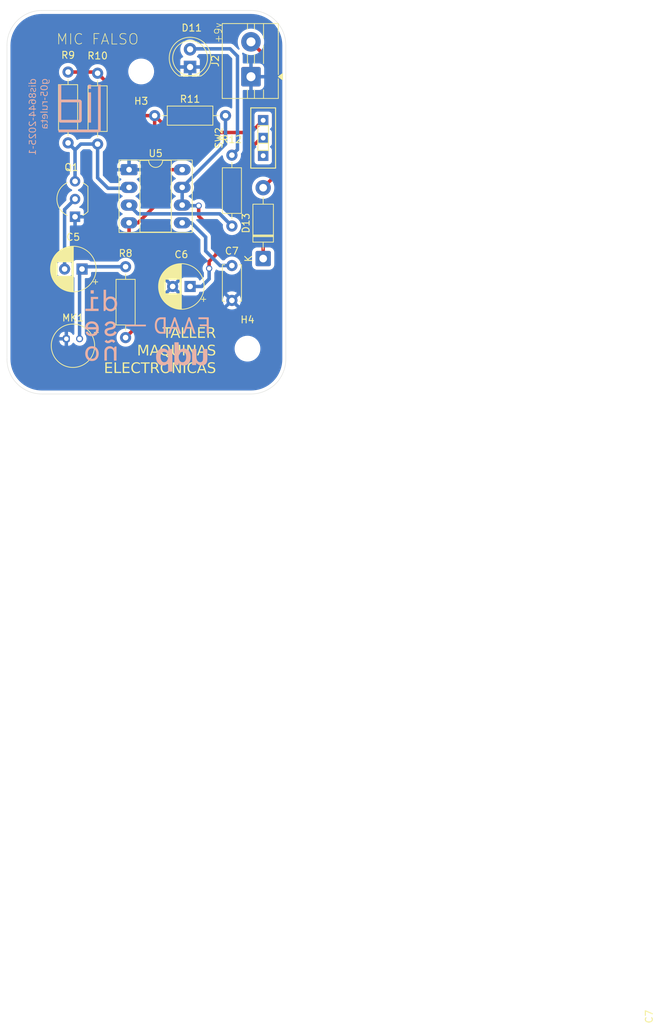
<source format=kicad_pcb>
(kicad_pcb (version 20241229) (generator "pcbnew") (generator_version "9.0")
  (layers (0 "F.Cu" signal) (2 "B.Cu" signal) (13 "F.Paste" user) (15 "B.Paste" user) (5 "F.SilkS" user "F.Silkscreen") (7 "B.SilkS" user "B.Silkscreen") (1 "F.Mask" user) (3 "B.Mask" user) (25 "Edge.Cuts" user))
  (net 0 "")
  (net 1 "GND")
  (net 2 "Net-(MK1-+)")
  (net 3 "Net-(Q1-B)")
  (net 4 "Net-(U5-DIS)")
  (net 5 "Net-(U5-CV)")
  (net 6 "Net-(D11-A)")
  (net 7 "Net-(Q1-C)")
  (net 8 "+9V")
  (net 9 "Net-(U5-Q)")
  (net 10 "Net-(D13-K)")
  (net 12 "Net-(D13-A)")
  (footprint "Resistor_THT:R_Axial_DIN0207_L6.3mm_D2.5mm_P10.16mm_Horizontal" (layer "F.Cu") (at 101.264733 36.832233 -90)
    (property "Reference" "R9")
    (property "Value" "1k")
  )
  (footprint "Resistor_THT:R_Axial_DIN0207_L6.3mm_D2.5mm_P10.16mm_Horizontal" (layer "F.Cu") (at 113.684733 43.082233)
    (property "Reference" "R11")
    (property "Value" "10k")
  )
  (footprint "Capacitor_THT:CP_Radial_D6.3mm_P2.50mm" (layer "F.Cu") (at 103.264733 65.082233 180)
    (property "Reference" "C5")
    (property "Value" "1u")
  )
  (footprint "MountingHole:MountingHole_3.2mm_M3" (layer "F.Cu") (at 111.75 36.75)
    (property "Reference" "H3")
    (property "Value" "M3")
  )
  (footprint "TerminalBlock:TerminalBlock_MaiXu_MX126-5.0-02P_1x02_P5.00mm" (layer "F.Cu") (at 127.5 37.5 90)
    (property "Reference" "J2")
    (property "Value" "TBLOCK-2")
  )
  (footprint "Diode_THT:D_DO-41_SOD81_P10.16mm_Horizontal" (layer "F.Cu") (at 129.25 63.58 90)
    (property "Reference" "D13")
    (property "Value" "1n4007")
  )
  (footprint "Package_TO_SOT_THT:TO-92_Inline_Wide" (layer "F.Cu") (at 102.264733 57.582233 90)
    (property "Reference" "Q1")
    (property "Value" "PN2222A")
  )
  (footprint "Capacitor_THT:CP_Radial_D6.3mm_P2.50mm" (layer "F.Cu") (at 118.764733 67.582233 180)
    (property "Reference" "C6")
    (property "Value" "1u")
  )
  (footprint "LED_THT:LED_D5.0mm" (layer "F.Cu") (at 118.764733 36.107233 90)
    (property "Reference" "D11")
    (property "Value" "LED")
  )
  (footprint "modules_teee2025:SPDT_PCB_small_P2.5mm" (layer "F.Cu") (at 129.25 46.29 90)
    (property "Reference" "SW2")
    (property "Value" "SW_SPDT")
  )
  (footprint "MountingHole:MountingHole_3.2mm_M3" (layer "F.Cu") (at 127 76.5)
    (property "Reference" "H4")
    (property "Value" "M3")
  )
  (footprint "Sensor_Audio:POM-2244P-C3310-2-R" (layer "F.Cu") (at 101.014733 75.082233)
    (property "Reference" "MK1")
    (property "Value" "Mic electret")
  )
  (footprint "Resistor_THT:R_Axial_DIN0207_L6.3mm_D2.5mm_P10.16mm_Horizontal" (layer "F.Cu") (at 109.514733 74.912233 90)
    (property "Reference" "R8")
    (property "Value" "10k")
  )
  (footprint "Resistor_THT:R_Axial_DIN0207_L6.3mm_D2.5mm_P10.16mm_Horizontal" (layer "F.Cu") (at 105.5 37 -90)
    (property "Reference" "R10")
    (property "Value" "10k")
  )
  (footprint "Capacitor_THT:C_Disc_D5.0mm_W2.5mm_P5.00mm" (layer "F.Cu") (at 124.764733 64.582233 -90)
    (property "Reference" "C7")
    (property "Value" "474")
  )
  (footprint "Package_DIP:DIP-8_W7.62mm_Socket_LongPads" (layer "F.Cu") (at 110.014733 50.832233)
    (property "Reference" "U5")
    (property "Value" "555")
  )
  (footprint "Resistor_THT:R_Axial_DIN0207_L6.3mm_D2.5mm_P10.16mm_Horizontal" (layer "F.Cu") (at 124.764733 58.912233 90)
    (property "Reference" "R12")
    (property "Value" "1k")
  )
  (gr_poly (pts (xy 107.328693 72.574838) (xy 107.259764 72.579384) (xy 107.19105 72.588336) (xy 107.122994 72.601679) (xy 107.056037 72.6194) (xy 106.990624 72.641483) (xy 106.927196 72.667914) (xy 106.866196 72.698678) (xy 106.808066 72.733761) (xy 106.75325 72.773149) (xy 106.702191 72.816827) (xy 106.65533 72.86478) (xy 106.61311 72.916994) (xy 106.575974 72.973454) (xy 106.566546 72.989898) (xy 106.557894 73.005702) (xy 106.542822 73.035162) (xy 106.530575 73.061369) (xy 106.520967 73.083855) (xy 106.513816 73.102156) (xy 106.508935 73.115805) (xy 106.505252 73.127284) (xy 106.798621 73.288494) (xy 106.827007 73.234934) (xy 106.85671 73.185344) (xy 106.872099 73.16204) (xy 106.887867 73.139731) (xy 106.904033 73.118418) (xy 106.920612 73.098102) (xy 106.937622 73.078785) (xy 106.95508 73.060466) (xy 106.973003 73.043147) (xy 106.991407 73.026828) (xy 107.010309 73.011511) (xy 107.029726 72.997197) (xy 107.049675 72.983886) (xy 107.070173 72.97158) (xy 107.091237 72.960279) (xy 107.112884 72.949984) (xy 107.13513 72.940696) (xy 107.157993 72.932416) (xy 107.181489 72.925146) (xy 107.205635 72.918885) (xy 107.230448 72.913634) (xy 107.255945 72.909396) (xy 107.282142 72.90617) (xy 107.309058 72.903958) (xy 107.336707 72.90276) (xy 107.365109 72.902577) (xy 107.394278 72.903411) (xy 107.424233 72.905262) (xy 107.454989 72.908131) (xy 107.486565 72.912019) (xy 107.511665 72.916359) (xy 107.535731 72.922268) (xy 107.558723 72.929656) (xy 107.580603 72.938435) (xy 107.601335 72.948518) (xy 107.62088 72.959815) (xy 107.6392 72.972239) (xy 107.656258 72.9857) (xy 107.672015 73.000112) (xy 107.686435 73.015385) (xy 107.699478 73.031431) (xy 107.711107 73.048162) (xy 107.721284 73.06549) (xy 107.729972 73.083326) (xy 107.737132 73.101582) (xy 107.742727 73.12017) (xy 107.746719 73.139002) (xy 107.74907 73.157988) (xy 107.749742 73.177042) (xy 107.748697 73.196074) (xy 107.745898 73.214996) (xy 107.741307 73.233721) (xy 107.734885 73.252159) (xy 107.726595 73.270222) (xy 107.716399 73.287823) (xy 107.70426 73.304872) (xy 107.690138 73.321282) (xy 107.673998 73.336964) (xy 107.6558 73.35183) (xy 107.635507 73.365792) (xy 107.613081 73.378761) (xy 107.588484 73.390649) (xy 107.519715 73.416832) (xy 107.44422 73.438966) (xy 107.363461 73.458287) (xy 107.278899 73.476031) (xy 107.104213 73.511735) (xy 107.017012 73.532167) (xy 106.931854 73.555967) (xy 106.850202 73.584372) (xy 106.773515 73.618617) (xy 106.737491 73.638316) (xy 106.703257 73.659938) (xy 106.670995 73.683639) (xy 106.640888 73.709573) (xy 106.613119 73.737894) (xy 106.58787 73.768757) (xy 106.565324 73.802316) (xy 106.545665 73.838727) (xy 106.529073 73.878142) (xy 106.515733 73.920717) (xy 106.505827 73.966607) (xy 106.499538 74.015966) (xy 106.496701 74.087945) (xy 106.500806 74.155806) (xy 106.511486 74.219587) (xy 106.528375 74.279325) (xy 106.551109 74.335055) (xy 106.579321 74.386814) (xy 106.612646 74.43464) (xy 106.650718 74.478568) (xy 106.693171 74.518636) (xy 106.739639 74.554879) (xy 106.789756 74.587335) (xy 106.843158 74.616041) (xy 106.899478 74.641032) (xy 106.95835 74.662345) (xy 107.019409 74.680018) (xy 107.082289 74.694086) (xy 107.146625 74.704587) (xy 107.21205 74.711556) (xy 107.278198 74.715031) (xy 107.344705 74.715048) (xy 107.411204 74.711645) (xy 107.47733 74.704856) (xy 107.542716 74.69472) (xy 107.606998 74.681272) (xy 107.669809 74.664549) (xy 107.730783 74.644589) (xy 107.789556 74.621427) (xy 107.845761 74.5951) (xy 107.899032 74.565645) (xy 107.949004 74.533099) (xy 107.995311 74.497497) (xy 108.037587 74.458877) (xy 108.0635 74.431897) (xy 108.087588 74.404794) (xy 108.109871 74.377825) (xy 108.13037 74.351249) (xy 108.149107 74.325321) (xy 108.166103 74.300299) (xy 108.18138 74.27644) (xy 108.194958 74.254001) (xy 108.217104 74.214411) (xy 108.232712 74.183587) (xy 108.244994 74.156459) (xy 107.918763 73.989294) (xy 107.918522 73.989296) (xy 107.914137 74.001875) (xy 107.909466 74.014261) (xy 107.904515 74.026465) (xy 107.89929 74.038503) (xy 107.893796 74.050385) (xy 107.888037 74.062125) (xy 107.88202 74.073736) (xy 107.875749 74.085231) (xy 107.86923 74.096623) (xy 107.862468 74.107924) (xy 107.848235 74.130307) (xy 107.833092 74.152484) (xy 107.817082 74.174558) (xy 107.802123 74.192448) (xy 107.784554 74.209828) (xy 107.764546 74.226647) (xy 107.742274 74.242852) (xy 107.717909 74.258391) (xy 107.691625 74.273213) (xy 107.633989 74.300497) (xy 107.570748 74.324286) (xy 107.503285 74.344167) (xy 107.432981 74.359721) (xy 107.36122 74.370535) (xy 107.289384 74.376192) (xy 107.218855 74.376276) (xy 107.184512 74.374098) (xy 107.151015 74.370372) (xy 107.118536 74.365044) (xy 107.087247 74.358063) (xy 107.057322 74.349377) (xy 107.028933 74.338934) (xy 107.002253 74.326683) (xy 106.977455 74.31257) (xy 106.954712 74.296544) (xy 106.934196 74.278554) (xy 106.916081 74.258546) (xy 106.900539 74.23647) (xy 106.890898 74.219556) (xy 106.882756 74.202715) (xy 106.87607 74.185969) (xy 106.8708 74.169336) (xy 106.866905 74.152839) (xy 106.864343 74.136498) (xy 106.863074 74.120332) (xy 106.863057 74.104363) (xy 106.864249 74.08861) (xy 106.866611 74.073096) (xy 106.870102 74.057839) (xy 106.874679 74.04286) (xy 106.880303 74.028181) (xy 106.886931 74.013821) (xy 106.894524 73.999801) (xy 106.903039 73.986141) (xy 106.912437 73.972862) (xy 106.922675 73.959985) (xy 106.933712 73.947529) (xy 106.945508 73.935516) (xy 106.958022 73.923966) (xy 106.971212 73.912899) (xy 106.985038 73.902336) (xy 106.999458 73.892297) (xy 107.014431 73.882804) (xy 107.029916 73.873875) (xy 107.045872 73.865533) (xy 107.062258 73.857796) (xy 107.079034 73.850687) (xy 107.096157 73.844225) (xy 107.113586 73.83843) (xy 107.131282 73.833324) (xy 107.202073 73.815875) (xy 107.274875 73.800221) (xy 107.419562 73.772632) (xy 107.551434 73.747231) (xy 107.608219 73.734312) (xy 107.633563 73.727616) (xy 107.656585 73.720692) (xy 107.689628 73.709398) (xy 107.723515 73.696576) (xy 107.757896 73.682206) (xy 107.792421 73.666266) (xy 107.826739 73.648735) (xy 107.860501 73.629592) (xy 107.893355 73.608818) (xy 107.924953 73.586389) (xy 107.954943 73.562287) (xy 107.982975 73.536489) (xy 108.0087 73.508975) (xy 108.020587 73.494568) (xy 108.031766 73.479724) (xy 108.042193 73.46444) (xy 108.051825 73.448715) (xy 108.060616 73.432544) (xy 108.068525 73.415927) (xy 108.075506 73.398859) (xy 108.081516 73.381338) (xy 108.086512 73.363363) (xy 108.090449 73.34493) (xy 108.10154 73.263002) (xy 108.104436 73.185755) (xy 108.099579 73.113177) (xy 108.087412 73.045251) (xy 108.068378 72.981963) (xy 108.042919 72.9233) (xy 108.011477 72.869246) (xy 107.974496 72.819786) (xy 107.932418 72.774907) (xy 107.885686 72.734594) (xy 107.834743 72.698832) (xy 107.78003 72.667606) (xy 107.721991 72.640903) (xy 107.661068 72.618708) (xy 107.597705 72.601005) (xy 107.532343 72.587782) (xy 107.465425 72.579022) (xy 107.397394 72.574713)) (fill yes) (layer "B.SilkS"))
  (gr_poly (pts (xy 106.785352 75.220061) (xy 106.785523 75.219926) (xy 106.785285 75.219926)) (fill yes) (layer "B.SilkS"))
  (gr_poly (pts (xy 104.5 68.600051) (xy 104.952438 68.600051) (xy 104.952438 68.123801) (xy 104.5 68.123801)) (fill yes) (layer "B.SilkS"))
  (gr_poly (pts (xy 119.052295 78.853952) (xy 119.640226 78.853952) (xy 119.640226 78.540342) (xy 119.64975 78.540342) (xy 119.68625 78.581353) (xy 119.724558 78.620385) (xy 119.76464 78.657347) (xy 119.806463 78.692146) (xy 119.849991 78.724691) (xy 119.895193 78.754888) (xy 119.942033 78.782647) (xy 119.990477 78.807875) (xy 120.040493 78.83048) (xy 120.092047 78.850369) (xy 120.145103 78.867451) (xy 120.199629 78.881634) (xy 120.255591 78.892825) (xy 120.312955 78.900933) (xy 120.371687 78.905865) (xy 120.431753 78.90753) (xy 120.483772 78.906409) (xy 120.533932 78.903076) (xy 120.582247 78.897577) (xy 120.628731 78.889959) (xy 120.673396 78.880266) (xy 120.716257 78.868544) (xy 120.757327 78.85484) (xy 120.79662 78.839199) (xy 120.834149 78.821668) (xy 120.869928 78.802291) (xy 120.903971 78.781115) (xy 120.936291 78.758186) (xy 120.966902 78.733548) (xy 120.995817 78.70725) (xy 121.023051 78.679335) (xy 121.048616 78.64985) (xy 121.072526 78.61884) (xy 121.094795 78.586352) (xy 121.115436 78.552432) (xy 121.134463 78.517124) (xy 121.15189 78.480476) (xy 121.167731 78.442532) (xy 121.181998 78.403339) (xy 121.194705 78.362943) (xy 121.215496 78.278723) (xy 121.230212 78.190238) (xy 121.238962 78.097856) (xy 121.241854 78.001942) (xy 121.241854 76.545093) (xy 120.621776 76.545093) (xy 120.621776 77.778104) (xy 120.620795 77.887753) (xy 120.618716 77.944266) (xy 120.614819 78.00097) (xy 120.608536 78.057166) (xy 120.604322 78.084853) (xy 120.599299 78.112151) (xy 120.593395 78.138971) (xy 120.586539 78.165225) (xy 120.57866 78.190827) (xy 120.569687 78.215688) (xy 120.559549 78.239721) (xy 120.548175 78.262839) (xy 120.535493 78.284953) (xy 120.521434 78.305976) (xy 120.505925 78.325821) (xy 120.488896 78.344399) (xy 120.470275 78.361624) (xy 120.449992 78.377408) (xy 120.427975 78.391663) (xy 120.404153 78.404301) (xy 120.378456 78.415236) (xy 120.350812 78.424379) (xy 120.32115 78.431642) (xy 120.289399 78.436939) (xy 120.255488 78.440181) (xy 120.219346 78.441281) (xy 120.178244 78.439922) (xy 120.139162 78.435925) (xy 120.10205 78.429406) (xy 120.066863 78.420485) (xy 120.033554 78.409279) (xy 120.002076 78.395907) (xy 119.972383 78.380486) (xy 119.944426 78.363135) (xy 119.918161 78.343972) (xy 119.89354 78.323115) (xy 119.870515 78.300683) (xy 119.849041 78.276792) (xy 119.829071 78.251562) (xy 119.810557 78.22511) (xy 119.793453 78.197555) (xy 119.777713 78.169015) (xy 119.750135 78.109451) (xy 119.727448 78.047363) (xy 119.709278 77.983697) (xy 119.695251 77.919397) (xy 119.684993 77.855408) (xy 119.678129 77.792675) (xy 119.674285 77.732143) (xy 119.673087 77.674757) (xy 119.673087 76.545092) (xy 119.052533 76.545092) (xy 119.052295 76.545092)) (fill yes) (layer "B.SilkS"))
  (gr_poly (pts (xy 107.507314 75.191867) (xy 107.481285 75.193653) (xy 107.455306 75.196478) (xy 107.429428 75.200339) (xy 107.403704 75.205236) (xy 107.378185 75.211165) (xy 107.352924 75.218126) (xy 107.327972 75.226117) (xy 107.309723 75.232983) (xy 107.291546 75.240933) (xy 107.255409 75.259469) (xy 107.21957 75.280492) (xy 107.18404 75.302771) (xy 107.148828 75.325076) (xy 107.113944 75.346174) (xy 107.079398 75.364835) (xy 107.062254 75.372867) (xy 107.045198 75.379827) (xy 107.028232 75.385563) (xy 107.011357 75.389919) (xy 106.994573 75.392743) (xy 106.977882 75.393879) (xy 106.961285 75.393176) (xy 106.944783 75.390477) (xy 106.928379 75.38563) (xy 106.912072 75.37848) (xy 106.895864 75.368875) (xy 106.879756 75.356658) (xy 106.86375 75.341678) (xy 106.847847 75.32378) (xy 106.832048 75.302809) (xy 106.816353 75.278613) (xy 106.800766 75.251036) (xy 106.785352 75.220061) (xy 106.501441 75.44424) (xy 106.517406 75.467189) (xy 106.533863 75.489153) (xy 106.550802 75.510131) (xy 106.568213 75.53012) (xy 106.586088 75.549117) (xy 106.604417 75.567121) (xy 106.623191 75.58413) (xy 106.642399 75.600141) (xy 106.662034 75.615152) (xy 106.682086 75.62916) (xy 106.702544 75.642164) (xy 106.7234 75.654161) (xy 106.744645 75.66515) (xy 106.766269 75.675127) (xy 106.788262 75.68409) (xy 106.810616 75.692039) (xy 106.83332 75.698969) (xy 106.856366 75.704879) (xy 106.879745 75.709767) (xy 106.903446 75.71363) (xy 106.92746 75.716467) (xy 106.951779 75.718275) (xy 106.976392 75.719051) (xy 107.001291 75.718794) (xy 107.026465 75.717502) (xy 107.051906 75.715171) (xy 107.077604 75.711801) (xy 107.10355 75.707388) (xy 107.129734 75.70193) (xy 107.156148 75.695426) (xy 107.182781 75.687873) (xy 107.209624 75.679269) (xy 107.227264 75.672747) (xy 107.244864 75.665281) (xy 107.279933 75.648049) (xy 107.314806 75.628635) (xy 107.349455 75.608103) (xy 107.417984 75.567939) (xy 107.451812 75.550435) (xy 107.468605 75.542792) (xy 107.485313 75.536067) (xy 107.501934 75.530391) (xy 107.518463 75.525898) (xy 107.534898 75.522721) (xy 107.551236 75.520993) (xy 107.567472 75.520846) (xy 107.583605 75.522414) (xy 107.599631 75.52583) (xy 107.615546 75.531226) (xy 107.631347 75.538735) (xy 107.647031 75.548491) (xy 107.662595 75.560627) (xy 107.678036 75.575274) (xy 107.69335 75.592567) (xy 107.708534 75.612638) (xy 107.723586 75.635621) (xy 107.7385 75.661647) (xy 107.773504 75.673316) (xy 108.022107 75.489483) (xy 108.011731 75.464775) (xy 108.000106 75.441146) (xy 107.987283 75.418595) (xy 107.973314 75.397121) (xy 107.958251 75.376722) (xy 107.942146 75.357395) (xy 107.925051 75.33914) (xy 107.907018 75.321955) (xy 107.8881 75.305838) (xy 107.868347 75.290787) (xy 107.847812 75.276801) (xy 107.826547 75.263878) (xy 107.804604 75.252016) (xy 107.782035 75.241214) (xy 107.758892 75.231471) (xy 107.735226 75.222784) (xy 107.71109 75.215151) (xy 107.686536 75.208572) (xy 107.661616 75.203044) (xy 107.636382 75.198566) (xy 107.610885 75.195137) (xy 107.585178 75.192754) (xy 107.559312 75.191415) (xy 107.53334 75.19112)) (fill yes) (layer "B.SilkS"))
  (gr_poly (pts (xy 109.500149 73.304448) (xy 112.430514 73.304448) (xy 112.430514 73.052035) (xy 109.500149 73.052035)) (fill yes) (layer "B.SilkS"))
  (gr_poly (pts (xy 104.609253 76.148635) (xy 104.494823 76.163811) (xy 104.388452 76.190255) (xy 104.290103 76.22717) (xy 104.199741 76.273757) (xy 104.117331 76.329217) (xy 104.042837 76.392754) (xy 103.976224 76.463569) (xy 103.917457 76.540864) (xy 103.866501 76.623841) (xy 103.82332 76.711702) (xy 103.787879 76.803648) (xy 103.760142 76.898883) (xy 103.740075 76.996607) (xy 103.727641 77.096023) (xy 103.722806 77.196332) (xy 103.725535 77.296738) (xy 103.735791 77.39644) (xy 103.75354 77.494643) (xy 103.778746 77.590546) (xy 103.811375 77.683354) (xy 103.85139 77.772266) (xy 103.898756 77.856486) (xy 103.953439 77.935215) (xy 104.015402 78.007656) (xy 104.08461 78.073009) (xy 104.161029 78.130478) (xy 104.244623 78.179264) (xy 104.335356 78.218569) (xy 104.433193 78.247595) (xy 104.538099 78.265544) (xy 104.668392 78.274002) (xy 104.79043 78.269806) (xy 104.904264 78.253741) (xy 105.009944 78.226593) (xy 105.107521 78.189148) (xy 105.197043 78.14219) (xy 105.278563 78.086506) (xy 105.35213 78.022879) (xy 105.417794 77.952097) (xy 105.475605 77.874943) (xy 105.525614 77.792204) (xy 105.567871 77.704664) (xy 105.602426 77.61311) (xy 105.62933 77.518326) (xy 105.648632 77.421098) (xy 105.660383 77.322212) (xy 105.664633 77.222451) (xy 105.664631 77.222408) (xy 105.300934 77.222408) (xy 105.298894 77.285282) (xy 105.29335 77.34764) (xy 105.284292 77.409064) (xy 105.271714 77.469136) (xy 105.255606 77.527438) (xy 105.23596 77.583552) (xy 105.212769 77.63706) (xy 105.186024 77.687544) (xy 105.155717 77.734586) (xy 105.121839 77.777769) (xy 105.084383 77.816674) (xy 105.04334 77.850883) (xy 104.998703 77.879979) (xy 104.950462 77.903544) (xy 104.89861 77.921159) (xy 104.843139 77.932407) (xy 104.783344 77.939007) (xy 104.726193 77.942007) (xy 104.671662 77.941521) (xy 104.619728 77.937666) (xy 104.570368 77.930557) (xy 104.523559 77.920308) (xy 104.479277 77.907036) (xy 104.4375 77.890854) (xy 104.398205 77.87188) (xy 104.361368 77.850227) (xy 104.326966 77.826012) (xy 104.294976 77.799349) (xy 104.265375 77.770354) (xy 104.238141 77.739142) (xy 104.213249 77.705829) (xy 104.190677 77.670529) (xy 104.170401 77.633358) (xy 104.152399 77.594432) (xy 104.136647 77.553865) (xy 104.123123 77.511772) (xy 104.111802 77.46827) (xy 104.102663 77.423473) (xy 104.095682 77.377497) (xy 104.090835 77.330457) (xy 104.088101 77.282468) (xy 104.087455 77.233645) (xy 104.088874 77.184104) (xy 104.092336 77.133961) (xy 104.097817 77.08333) (xy 104.105294 77.032326) (xy 104.114745 76.981065) (xy 104.126145 76.929663) (xy 104.134756 76.896994) (xy 104.144586 76.865475) (xy 104.155605 76.835113) (xy 104.167786 76.805912) (xy 104.181099 76.777882) (xy 104.195516 76.751027) (xy 104.211008 76.725355) (xy 104.227546 76.700873) (xy 104.245101 76.677586) (xy 104.263646 76.655503) (xy 104.28315 76.634629) (xy 104.303585 76.61497) (xy 104.324923 76.596535) (xy 104.347135 76.579329) (xy 104.370192 76.56336) (xy 104.394066 76.548633) (xy 104.418727 76.535155) (xy 104.444147 76.522934) (xy 104.470297 76.511975) (xy 104.497148 76.502286) (xy 104.524672 76.493873) (xy 104.55284 76.486743) (xy 104.581624 76.480903) (xy 104.610994 76.476358) (xy 104.640921 76.473116) (xy 104.671378 76.471184) (xy 104.702334 76.470568) (xy 104.733763 76.471275) (xy 104.765634 76.473311) (xy 104.797919 76.476684) (xy 104.83059 76.481399) (xy 104.863617 76.487464) (xy 104.863617 76.487227) (xy 104.916538 76.501524) (xy 104.966086 76.521992) (xy 105.012252 76.548212) (xy 105.055027 76.579768) (xy 105.094405 76.616239) (xy 105.130376 76.65721) (xy 105.162933 76.702262) (xy 105.192067 76.750976) (xy 105.21777 76.802936) (xy 105.240033 76.857722) (xy 105.25885 76.914918) (xy 105.274211 76.974105) (xy 105.286108 77.034866) (xy 105.294533 77.096781) (xy 105.299478 77.159435) (xy 105.300934 77.222408) (xy 105.664631 77.222408) (xy 105.661432 77.122603) (xy 105.650831 77.023452) (xy 105.632879 76.925784) (xy 105.607628 76.830384) (xy 105.575127 76.738037) (xy 105.535426 76.649528) (xy 105.488575 76.565644) (xy 105.434626 76.487169) (xy 105.373628 76.414889) (xy 105.305631 76.34959) (xy 105.230686 76.292055) (xy 105.148842 76.243072) (xy 105.060151 76.203425) (xy 104.964662 76.173899) (xy 104.862425 76.15528) (xy 104.731775 76.145526)) (fill yes) (layer "B.SilkS"))
  (gr_poly (pts (xy 104.523813 70.766988) (xy 103.738001 70.766988) (xy 103.738001 71.100364) (xy 105.643 71.100364) (xy 105.643 70.766988) (xy 104.881 70.766988) (xy 104.881 69.385863) (xy 105.571563 69.385863) (xy 105.571563 69.076301) (xy 104.523813 69.076301)) (fill yes) (layer "B.SilkS"))
  (gr_poly (pts (xy 99.894733 38.642233) (xy 99.893013 43.874631) (xy 99.893013 43.874632) (xy 99.893013 43.874633) (xy 99.893013 43.874765) (xy 100.101902 44.083653) (xy 103.014567 44.083653) (xy 103.223455 43.874765) (xy 103.223455 43.686647) (xy 102.82658 43.686647) (xy 100.291607 43.686647) (xy 100.291607 41.175354) (xy 102.82658 41.175354) (xy 102.82658 43.686647) (xy 103.223455 43.686647) (xy 103.223455 40.987367) (xy 103.014567 40.778479) (xy 100.291607 40.778479) (xy 100.291607 38.6421) (xy 99.894732 38.6421)) (fill yes) (layer "B.SilkS"))
  (gr_poly (pts (xy 104.164578 44.08352) (xy 104.561453 44.08352) (xy 104.561453 39.744355) (xy 104.164578 39.744355)) (fill yes) (layer "B.SilkS"))
  (gr_poly (pts (xy 114.817424 76.492927) (xy 114.752896 76.497821) (xy 114.691009 76.505864) (xy 114.63173 76.516964) (xy 114.575021 76.531028) (xy 114.520848 76.547962) (xy 114.469174 76.567676) (xy 114.419964 76.590075) (xy 114.373182 76.615067) (xy 114.328792 76.64256) (xy 114.286759 76.67246) (xy 114.247047 76.704675) (xy 114.209621 76.739113) (xy 114.174444 76.77568) (xy 114.14148 76.814284) (xy 114.110695 76.854833) (xy 114.082053 76.897233) (xy 114.055517 76.941391) (xy 114.031052 76.987216) (xy 114.008622 77.034614) (xy 113.969726 77.13376) (xy 113.938542 77.238087) (xy 113.914785 77.346854) (xy 113.89817 77.459319) (xy 113.88841 77.574741) (xy 113.885221 77.692378) (xy 113.888414 77.810172) (xy 113.898197 77.926039) (xy 113.914878 78.039197) (xy 113.938762 78.148863) (xy 113.9535 78.202141) (xy 113.970154 78.254253) (xy 113.988763 78.305101) (xy 114.009363 78.354586) (xy 114.031994 78.402611) (xy 114.056693 78.449078) (xy 114.0835 78.493889) (xy 114.112451 78.536947) (xy 114.143587 78.578153) (xy 114.176944 78.617409) (xy 114.212562 78.654619) (xy 114.250477 78.689683) (xy 114.29073 78.722505) (xy 114.333358 78.752986) (xy 114.378398 78.781028) (xy 114.425891 78.806534) (xy 114.475873 78.829405) (xy 114.528384 78.849545) (xy 114.58346 78.866855) (xy 114.641142 78.881236) (xy 114.701466 78.892592) (xy 114.764472 78.900825) (xy 114.830197 78.905836) (xy 114.898681 78.907529) (xy 114.947623 78.90676) (xy 114.995556 78.904328) (xy 115.042544 78.900043) (xy 115.088656 78.893714) (xy 115.133956 78.885151) (xy 115.178513 78.874164) (xy 115.222392 78.860563) (xy 115.265661 78.844158) (xy 115.308385 78.824758) (xy 115.350632 78.802175) (xy 115.392468 78.776217) (xy 115.433959 78.746694) (xy 115.475173 78.713417) (xy 115.516176 78.676195) (xy 115.557035 78.634838) (xy 115.597815 78.589156) (xy 115.607102 78.589156) (xy 115.607102 79.794783) (xy 116.22718 79.794783) (xy 116.22718 77.692378) (xy 115.60234 77.692378) (xy 115.600679 77.754822) (xy 115.59557 77.81869) (xy 115.586823 77.88323) (xy 115.574249 77.947689) (xy 115.55766 78.011316) (xy 115.547801 78.042581) (xy 115.536866 78.073357) (xy 115.524834 78.103547) (xy 115.511679 78.13306) (xy 115.497378 78.1618) (xy 115.481909 78.189673) (xy 115.465246 78.216585) (xy 115.447367 78.242443) (xy 115.428247 78.267152) (xy 115.407864 78.290619) (xy 115.386193 78.312748) (xy 115.363211 78.333447) (xy 115.338895 78.352621) (xy 115.313219 78.370175) (xy 115.286162 78.386017) (xy 115.2577 78.400052) (xy 115.227808 78.412185) (xy 115.196463 78.422323) (xy 115.163641 78.430372) (xy 115.12932 78.436238) (xy 115.093474 78.439827) (xy 115.056082 78.441044) (xy 115.018755 78.439773) (xy 114.983103 78.436031) (xy 114.949093 78.429923) (xy 114.916693 78.421552) (xy 114.885871 78.411023) (xy 114.856595 78.39844) (xy 114.828833 78.383907) (xy 114.802553 78.36753) (xy 114.777722 78.349412) (xy 114.754309 78.329658) (xy 114.732282 78.308372) (xy 114.711608 78.285658) (xy 114.692255 78.261622) (xy 114.674191 78.236367) (xy 114.657385 78.209997) (xy 114.641804 78.182618) (xy 114.614188 78.125247) (xy 114.591087 78.065089) (xy 114.572244 78.002979) (xy 114.557403 77.939753) (xy 114.546307 77.876244) (xy 114.538699 77.813288) (xy 114.534323 77.751721) (xy 114.532921 77.692378) (xy 114.534268 77.633186) (xy 114.538486 77.57205) (xy 114.545838 77.509765) (xy 114.556588 77.447124) (xy 114.571001 77.384925) (xy 114.579664 77.354239) (xy 114.589341 77.323962) (xy 114.600066 77.294192) (xy 114.611872 77.26503) (xy 114.624791 77.236574) (xy 114.638857 77.208925) (xy 114.654102 77.182181) (xy 114.670561 77.156442) (xy 114.688265 77.131808) (xy 114.707247 77.108377) (xy 114.727542 77.086249) (xy 114.749181 77.065524) (xy 114.772198 77.046301) (xy 114.796625 77.028679) (xy 114.822497 77.012759) (xy 114.849845 76.998638) (xy 114.878703 76.986417) (xy 114.909104 76.976195) (xy 114.94108 76.968072) (xy 114.974665 76.962146) (xy 115.009892 76.958518) (xy 115.046677 76.95729) (xy 115.083181 76.958465) (xy 115.118411 76.961939) (xy 115.152262 76.967622) (xy 115.184749 76.975423) (xy 115.215888 76.985254) (xy 115.245694 76.997026) (xy 115.274181 77.010649) (xy 115.301365 77.026034) (xy 115.327262 77.043092) (xy 115.351886 77.061735) (xy 115.375252 77.081873) (xy 115.397376 77.103416) (xy 115.418273 77.126277) (xy 115.437958 77.150366) (xy 115.456446 77.175593) (xy 115.473753 77.20187) (xy 115.504882 77.257217) (xy 115.531467 77.315694) (xy 115.553628 77.376589) (xy 115.571488 77.439188) (xy 115.585168 77.502779) (xy 115.594789 77.566649) (xy 115.600473 77.630086) (xy 115.60234 77.692378) (xy 116.22718 77.692378) (xy 116.22718 76.545092) (xy 115.634725 76.545092) (xy 115.634725 76.872037) (xy 115.6252 76.872037) (xy 115.598068 76.830952) (xy 115.56861 76.791547) (xy 115.536777 76.753956) (xy 115.502521 76.718313) (xy 115.465792 76.684751) (xy 115.426542 76.653405) (xy 115.384722 76.624409) (xy 115.340284 76.597896) (xy 115.293177 76.574001) (xy 115.243354 76.552857) (xy 115.190765 76.534598) (xy 115.135362 76.519359) (xy 115.077096 76.507273) (xy 115.015918 76.498475) (xy 114.951779 76.493097) (xy 114.884631 76.491275)) (fill yes) (layer "B.SilkS"))
  (gr_poly (pts (xy 105.555624 45.076503) (xy 99.893013 45.076503) (xy 99.893013 45.473378) (xy 105.736467 45.473378) (xy 105.952764 45.262372) (xy 105.952499 38.6421) (xy 105.555624 38.6421)) (fill yes) (layer "B.SilkS"))
  (gr_poly (pts (xy 118.353875 72.494823) (xy 118.354113 72.494824) (xy 117.700936 74.358866) (xy 118.012403 74.358866) (xy 118.249338 73.633775) (xy 119.005146 73.633775) (xy 119.242081 74.358866) (xy 119.553548 74.358866) (xy 119.216113 73.39589) (xy 118.927279 73.39589) (xy 118.326966 73.39589) (xy 118.621288 72.494824) (xy 118.632719 72.494824) (xy 118.927279 73.39589) (xy 119.216113 73.39589) (xy 118.900372 72.494823) (xy 118.727016 72) (xy 118.527229 72)) (fill yes) (layer "B.SilkS"))
  (gr_poly (pts (xy 107.190901 76.144893) (xy 107.146742 76.147821) (xy 107.102838 76.153225) (xy 107.059324 76.161106) (xy 107.016335 76.171464) (xy 106.974008 76.1843) (xy 106.932476 76.199616) (xy 106.891876 76.217413) (xy 106.852343 76.237691) (xy 106.814013 76.260452) (xy 106.77702 76.285696) (xy 106.7415 76.313424) (xy 106.707589 76.343638) (xy 106.675421 76.376339) (xy 106.645133 76.411527) (xy 106.61686 76.449204) (xy 106.590737 76.489371) (xy 106.578777 76.509702) (xy 106.567219 76.530514) (xy 106.556115 76.551805) (xy 106.545515 76.573577) (xy 106.535471 76.595828) (xy 106.526033 76.61856) (xy 106.517251 76.641772) (xy 106.509178 76.665463) (xy 106.501864 76.689635) (xy 106.49536 76.714286) (xy 106.489717 76.739418) (xy 106.484986 76.765029) (xy 106.481217 76.791121) (xy 106.478462 76.817693) (xy 106.476772 76.844744) (xy 106.476197 76.872276) (xy 106.476197 78.220538) (xy 106.476318 78.22042) (xy 106.476438 78.220301) (xy 106.833625 78.220301) (xy 106.833625 76.894421) (xy 106.834284 76.868643) (xy 106.836233 76.843725) (xy 106.83943 76.819663) (xy 106.843834 76.796456) (xy 106.849405 76.7741) (xy 106.856101 76.752593) (xy 106.863881 76.731932) (xy 106.872704 76.712114) (xy 106.882528 76.693137) (xy 106.893312 76.674998) (xy 106.905015 76.657694) (xy 106.917596 76.641223) (xy 106.931014 76.625581) (xy 106.945227 76.610767) (xy 106.960195 76.596777) (xy 106.975875 76.583609) (xy 106.992227 76.571259) (xy 107.00921 76.559727) (xy 107.026782 76.549007) (xy 107.044903 76.539099) (xy 107.06353 76.529999) (xy 107.082624 76.521704) (xy 107.102141 76.514212) (xy 107.122043 76.507521) (xy 107.142286 76.501626) (xy 107.16283 76.496527) (xy 107.204657 76.488701) (xy 107.247194 76.484021) (xy 107.29011 76.482466) (xy 107.323646 76.483221) (xy 107.35612 76.485471) (xy 107.387532 76.489192) (xy 107.417881 76.494363) (xy 107.447168 76.500958) (xy 107.475392 76.508955) (xy 107.502554 76.518332) (xy 107.528652 76.529064) (xy 107.553687 76.541128) (xy 107.577659 76.554502) (xy 107.600567 76.569162) (xy 107.622412 76.585084) (xy 107.643192 76.602247) (xy 107.662909 76.620626) (xy 107.681561 76.640198) (xy 107.699149 76.66094) (xy 107.715673 76.682829) (xy 107.731131 76.705842) (xy 107.745525 76.729956) (xy 107.758853 76.755146) (xy 107.771117 76.781391) (xy 107.782314 76.808667) (xy 107.792447 76.83695) (xy 107.801513 76.866218) (xy 107.809513 76.896448) (xy 107.816448 76.927615) (xy 107.822315 76.959698) (xy 107.827117 76.992672) (xy 107.830852 77.026515) (xy 107.833519 77.061203) (xy 107.835654 77.133022) (xy 107.835654 78.220301) (xy 108.214511 78.220301) (xy 108.214511 76.196239) (xy 107.979243 76.196239) (xy 107.96305 76.219274) (xy 107.922926 76.277469) (xy 107.897853 76.314638) (xy 107.871551 76.354461) (xy 107.845606 76.394893) (xy 107.821604 76.433887) (xy 107.791782 76.397344) (xy 107.76005 76.36326) (xy 107.726541 76.331637) (xy 107.691391 76.302475) (xy 107.654736 76.275776) (xy 107.616711 76.25154) (xy 107.577452 76.229768) (xy 107.537094 76.210463) (xy 107.495771 76.193623) (xy 107.45362 76.179251) (xy 107.410777 76.167348) (xy 107.367375 76.157914) (xy 107.323552 76.15095) (xy 107.279441 76.146458) (xy 107.235179 76.144439)) (fill yes) (layer "B.SilkS"))
  (gr_poly (pts (xy 116.513167 78.853951) (xy 117.115148 78.853951) (xy 117.115148 78.853713) (xy 117.115148 78.59392) (xy 117.124197 78.59392) (xy 117.159737 78.634368) (xy 117.196854 78.671729) (xy 117.2355 78.706069) (xy 117.275626 78.737453) (xy 117.317185 78.765948) (xy 117.360129 78.791619) (xy 117.40441 78.814532) (xy 117.449981 78.834753) (xy 117.496794 78.852349) (xy 117.544801 78.867384) (xy 117.593954 78.879926) (xy 117.644206 78.890039) (xy 117.695508 78.89779) (xy 117.747813 78.903245) (xy 117.801073 78.90647) (xy 117.855241 78.90753) (xy 117.922471 78.905851) (xy 117.987023 78.900876) (xy 118.048935 78.892702) (xy 118.108241 78.881424) (xy 118.164977 78.867136) (xy 118.219179 78.849936) (xy 118.270881 78.829917) (xy 118.32012 78.807175) (xy 118.366932 78.781806) (xy 118.411351 78.753906) (xy 118.453414 78.723569) (xy 118.493155 78.69089) (xy 118.530611 78.655966) (xy 118.565818 78.618892) (xy 118.59881 78.579763) (xy 118.629623 78.538675) (xy 118.658293 78.495722) (xy 118.684856 78.451001) (xy 118.709347 78.404606) (xy 118.731801 78.356634) (xy 118.770743 78.256337) (xy 118.801966 78.150873) (xy 118.825755 78.041006) (xy 118.842395 77.927499) (xy 118.85217 77.811115) (xy 118.855359 77.692853) (xy 118.207189 77.692853) (xy 118.206952 77.692853) (xy 118.205602 77.753685) (xy 118.201369 77.816351) (xy 118.193974 77.880057) (xy 118.183139 77.944008) (xy 118.168588 78.007409) (xy 118.159831 78.038655) (xy 118.150041 78.069465) (xy 118.139184 78.099741) (xy 118.127223 78.129383) (xy 118.114125 78.158291) (xy 118.099855 78.186367) (xy 118.084377 78.213511) (xy 118.067659 78.239623) (xy 118.049664 78.264605) (xy 118.030357 78.288356) (xy 118.009706 78.310778) (xy 117.987673 78.331772) (xy 117.964226 78.351238) (xy 117.939329 78.369076) (xy 117.912947 78.385188) (xy 117.885046 78.399473) (xy 117.855591 78.411834) (xy 117.824547 78.422169) (xy 117.79188 78.430381) (xy 117.757554 78.43637) (xy 117.721536 78.440036) (xy 117.683791 78.44128) (xy 117.645979 78.440049) (xy 117.609768 78.436422) (xy 117.575131 78.430495) (xy 117.542043 78.422365) (xy 117.510476 78.412128) (xy 117.480405 78.399881) (xy 117.451803 78.385722) (xy 117.424644 78.369746) (xy 117.398902 78.35205) (xy 117.374551 78.332731) (xy 117.351565 78.311886) (xy 117.329916 78.289612) (xy 117.309579 78.266005) (xy 117.290528 78.241161) (xy 117.272737 78.215178) (xy 117.256178 78.188153) (xy 117.226656 78.131361) (xy 117.201751 78.071558) (xy 117.181253 78.009519) (xy 117.164954 77.946017) (xy 117.152642 77.881826) (xy 117.144108 77.817719) (xy 117.139141 77.75447) (xy 117.137532 77.692853) (xy 117.13935 77.631386) (xy 117.144898 77.56856) (xy 117.154317 77.505111) (xy 117.167748 77.441773) (xy 117.185333 77.37928) (xy 117.195727 77.34858) (xy 117.207213 77.318367) (xy 117.219808 77.288733) (xy 117.233529 77.25977) (xy 117.248395 77.231568) (xy 117.264423 77.204221) (xy 117.281631 77.17782) (xy 117.300036 77.152456) (xy 117.319656 77.128223) (xy 117.340508 77.10521) (xy 117.362611 77.083511) (xy 117.385982 77.063217) (xy 117.410639 77.04442) (xy 117.436599 77.027212) (xy 117.46388 77.011685) (xy 117.492499 76.99793) (xy 117.522475 76.986039) (xy 117.553825 76.976104) (xy 117.586566 76.968217) (xy 117.620717 76.96247) (xy 117.656294 76.958954) (xy 117.693316 76.957762) (xy 117.730218 76.958991) (xy 117.765445 76.962613) (xy 117.79903 76.96853) (xy 117.831006 76.976641) (xy 117.861407 76.986848) (xy 117.890265 76.999052) (xy 117.917613 77.013153) (xy 117.943484 77.029054) (xy 117.967912 77.046654) (xy 117.990929 77.065855) (xy 118.012568 77.086558) (xy 118.032863 77.108663) (xy 118.051845 77.132072) (xy 118.069549 77.156686) (xy 118.086008 77.182406) (xy 118.101253 77.209132) (xy 118.128238 77.265208) (xy 118.150769 77.324122) (xy 118.169109 77.385083) (xy 118.183522 77.447298) (xy 118.194272 77.509974) (xy 118.201624 77.57232) (xy 118.205842 77.633544) (xy 118.207189 77.692853) (xy 118.855359 77.692853) (xy 118.855365 77.692617) (xy 118.852168 77.574271) (xy 118.842385 77.458317) (xy 118.825735 77.345479) (xy 118.814745 77.290455) (xy 118.801932 77.23648) (xy 118.787261 77.183647) (xy 118.770695 77.132044) (xy 118.752199 77.081763) (xy 118.731738 77.032894) (xy 118.709277 76.985527) (xy 118.684779 76.939753) (xy 118.65821 76.895662) (xy 118.629534 76.853344) (xy 118.598715 76.812891) (xy 118.565719 76.774393) (xy 118.530509 76.737939) (xy 118.49305 76.703621) (xy 118.453308 76.671528) (xy 118.411245 76.641752) (xy 118.366828 76.614382) (xy 118.32002 76.589509) (xy 118.270786 76.567224) (xy 118.21909 76.547617) (xy 118.164898 76.530778) (xy 118.108173 76.516798) (xy 118.04888 76.505768) (xy 117.986984 76.497777) (xy 117.92245 76.492916) (xy 117.855241 76.491275) (xy 117.798179 76.492487) (xy 117.7432 76.496135) (xy 117.690213 76.502239) (xy 117.639131 76.51082) (xy 117.589864 76.521897) (xy 117.542324 76.53549) (xy 117.49642 76.551619) (xy 117.452065 76.570303) (xy 117.40917 76.591563) (xy 117.367645 76.615419) (xy 117.327401 76.64189) (xy 117.288351 76.670996) (xy 117.250403 76.702758) (xy 117.213471 76.737195) (xy 117.177464 76.774327) (xy 117.142294 76.814173) (xy 117.133484 76.814173) (xy 117.135388 75.583067) (xy 116.51531 75.583067)) (fill yes) (layer "B.SilkS"))
  (gr_poly (pts (xy 104.164578 39.241646) (xy 104.561453 39.241646) (xy 104.561453 38.6421) (xy 104.164578 38.6421)) (fill yes) (layer "B.SilkS"))
  (gr_poly (pts (xy 106.356897 68.054507) (xy 106.357373 71.100364) (xy 106.357375 71.100364) (xy 106.588832 71.103697) (xy 106.702893 70.862238) (xy 106.76829 70.915134) (xy 106.799942 70.939987) (xy 106.831195 70.96371) (xy 106.862273 70.986248) (xy 106.893402 71.007552) (xy 106.924804 71.02757) (xy 106.956705 71.04625) (xy 106.989329 71.063539) (xy 107.0229 71.079388) (xy 107.057642 71.093743) (xy 107.093779 71.106555) (xy 107.131537 71.117769) (xy 107.171139 71.127336) (xy 107.212809 71.135204) (xy 107.256772 71.141321) (xy 107.382168 71.148609) (xy 107.499767 71.141431) (xy 107.609525 71.120759) (xy 107.711397 71.087564) (xy 107.805339 71.04282) (xy 107.891304 70.987497) (xy 107.96925 70.922569) (xy 108.039132 70.849008) (xy 108.100904 70.767785) (xy 108.154522 70.679872) (xy 108.199942 70.586243) (xy 108.237118 70.487869) (xy 108.266007 70.385722) (xy 108.286563 70.280774) (xy 108.298741 70.173998) (xy 108.302498 70.066365) (xy 108.30211 70.057495) (xy 107.944746 70.057495) (xy 107.944027 70.121315) (xy 107.939417 70.184837) (xy 107.930936 70.247637) (xy 107.918605 70.309284) (xy 107.902444 70.369354) (xy 107.882474 70.427417) (xy 107.858714 70.483046) (xy 107.831187 70.535814) (xy 107.799911 70.585293) (xy 107.764908 70.631057) (xy 107.726197 70.672676) (xy 107.6838 70.709725) (xy 107.637737 70.741775) (xy 107.588028 70.7684) (xy 107.534693 70.78917) (xy 107.477754 70.80366) (xy 107.384352 70.816418) (xy 107.296723 70.818412) (xy 107.214878 70.810343) (xy 107.13883 70.79291) (xy 107.068589 70.766813) (xy 107.004168 70.732752) (xy 106.945579 70.691428) (xy 106.892833 70.64354) (xy 106.845941 70.589788) (xy 106.804917 70.530871) (xy 106.76977 70.467491) (xy 106.740514 70.400347) (xy 106.717159 70.330138) (xy 106.699718 70.257565) (xy 106.688203 70.183328) (xy 106.682624 70.108127) (xy 106.682994 70.032661) (xy 106.689324 69.957631) (xy 106.701626 69.883736) (xy 106.719913 69.811677) (xy 106.744195 69.742153) (xy 106.774484 69.675864) (xy 106.810793 69.613511) (xy 106.853132 69.555792) (xy 106.901514 69.503409) (xy 106.95595 69.457061) (xy 107.016452 69.417448) (xy 107.083032 69.38527) (xy 107.155701 69.361227) (xy 107.234472 69.346019) (xy 107.319355 69.340345) (xy 107.410364 69.344906) (xy 107.474684 69.35533) (xy 107.534787 69.372298) (xy 107.590691 69.395381) (xy 107.642419 69.424152) (xy 107.689989 69.458184) (xy 107.733422 69.497049) (xy 107.77274 69.540321) (xy 107.807961 69.587571) (xy 107.839108 69.638371) (xy 107.8662 69.692296) (xy 107.889257 69.748916) (xy 107.908301 69.807805) (xy 107.923351 69.868534) (xy 107.934428 69.930678) (xy 107.941553 69.993807) (xy 107.944746 70.057495) (xy 108.30211 70.057495) (xy 108.297789 69.958848) (xy 108.284568 69.85242) (xy 108.262792 69.748051) (xy 108.232415 69.646715) (xy 108.193394 69.549383) (xy 108.145682 69.457027) (xy 108.089236 69.37062) (xy 108.024012 69.291134) (xy 107.949963 69.219542) (xy 107.867046 69.156814) (xy 107.775217 69.103923) (xy 107.674429 69.061842) (xy 107.56464 69.031543) (xy 107.445803 69.013998) (xy 107.317875 69.010178) (xy 107.180811 69.021056) (xy 107.147255 69.026684) (xy 107.114277 69.034612) (xy 107.081878 69.044667) (xy 107.050061 69.056678) (xy 107.018829 69.070472) (xy 106.988184 69.085877) (xy 106.958129 69.102721) (xy 106.928666 69.12083) (xy 106.899797 69.140034) (xy 106.871524 69.160159) (xy 106.843851 69.181033) (xy 106.81678 69.202485) (xy 106.764453 69.246429) (xy 106.714561 69.290613) (xy 106.714561 68.052364)) (fill yes) (layer "B.SilkS"))
  (gr_poly (pts (xy 114.573641 72.000238) (xy 114.527997 72.001457) (xy 114.483115 72.005097) (xy 114.43904 72.011134) (xy 114.395818 72.019542) (xy 114.353493 72.030299) (xy 114.31211 72.043377) (xy 114.271715 72.058754) (xy 114.232352 72.076405) (xy 114.194066 72.096304) (xy 114.156904 72.118427) (xy 114.120908 72.14275) (xy 114.086126 72.169248) (xy 114.052601 72.197896) (xy 114.020379 72.22867) (xy 113.989504 72.261544) (xy 113.960022 72.296495) (xy 113.931979 72.333498) (xy 113.905418 72.372528) (xy 113.880384 72.413561) (xy 113.856924 72.456571) (xy 113.835082 72.501534) (xy 113.814903 72.548426) (xy 113.796432 72.597222) (xy 113.779714 72.647897) (xy 113.764794 72.700427) (xy 113.751717 72.754787) (xy 113.731274 72.868898) (xy 113.718743 72.990034) (xy 113.714486 73.117997) (xy 113.714486 73.241107) (xy 113.715558 73.305909) (xy 113.718743 73.369031) (xy 113.723997 73.430449) (xy 113.731273 73.490138) (xy 113.740529 73.548073) (xy 113.751717 73.604229) (xy 113.764794 73.658582) (xy 113.779714 73.711107) (xy 113.796432 73.761779) (xy 113.814903 73.810573) (xy 113.835082 73.857465) (xy 113.856924 73.902429) (xy 113.880384 73.945442) (xy 113.905417 73.986478) (xy 113.931978 74.025512) (xy 113.960022 74.06252) (xy 113.989504 74.097477) (xy 114.020378 74.130358) (xy 114.0526 74.161139) (xy 114.086125 74.189794) (xy 114.120908 74.216299) (xy 114.156903 74.240629) (xy 114.194066 74.26276) (xy 114.232351 74.282666) (xy 114.271714 74.300323) (xy 114.312109 74.315706) (xy 114.353492 74.328791) (xy 114.395817 74.339552) (xy 114.43904 74.347965) (xy 114.483114 74.354005) (xy 114.527996 74.357647) (xy 114.57364 74.358866) (xy 115.265156 74.358866) (xy 115.265156 74.089307) (xy 114.96726 74.089307) (xy 114.656508 74.089307) (xy 114.621383 74.088368) (xy 114.586844 74.085565) (xy 114.552925 74.080916) (xy 114.519662 74.074441) (xy 114.487089 74.066159) (xy 114.45524 74.056088) (xy 114.424151 74.044248) (xy 114.393856 74.030658) (xy 114.364389 74.015336) (xy 114.335786 73.998302) (xy 114.308082 73.979576) (xy 114.28131 73.959175) (xy 114.255506 73.937119) (xy 114.230704 73.913428) (xy 114.206939 73.888119) (xy 114.184246 73.861213) (xy 114.16266 73.832728) (xy 114.142214 73.802684) (xy 114.122944 73.771098) (xy 114.104885 73.737992) (xy 114.088072 73.703382) (xy 114.072538 73.667289) (xy 114.058319 73.629732) (xy 114.045449 73.590729) (xy 114.033963 73.550301) (xy 114.023896 73.508464) (xy 114.008158 73.420647) (xy 113.998511 73.327428) (xy 113.995234 73.228962) (xy 113.995234 73.134426) (xy 113.996059 73.084546) (xy 113.998511 73.03596) (xy 114.002556 72.988685) (xy 114.008158 72.942742) (xy 114.015283 72.898148) (xy 114.023896 72.854924) (xy 114.033963 72.813087) (xy 114.045449 72.772658) (xy 114.058319 72.733656) (xy 114.072538 72.696099) (xy 114.088072 72.660006) (xy 114.104885 72.625396) (xy 114.122944 72.592289) (xy 114.142214 72.560704) (xy 114.16266 72.53066) (xy 114.184246 72.502175) (xy 114.206939 72.475268) (xy 114.230704 72.44996) (xy 114.255506 72.426268) (xy 114.28131 72.404213) (xy 114.308082 72.383812) (xy 114.335786 72.365085) (xy 114.364389 72.348052) (xy 114.393856 72.33273) (xy 114.424151 72.31914) (xy 114.45524 72.307299) (xy 114.487089 72.297229) (xy 114.519662 72.288946) (xy 114.552925 72.282471) (xy 114.586844 72.277822) (xy 114.621383 72.275019) (xy 114.656508 72.274081) (xy 114.96726 72.274081) (xy 114.96726 74.089307) (xy 115.265156 74.089307) (xy 115.265156 72) (xy 114.57364 72)) (fill yes) (layer "B.SilkS"))
  (gr_poly (pts (xy 116.283853 72.494823) (xy 116.284092 72.494824) (xy 115.630915 74.358866) (xy 115.942382 74.358866) (xy 116.179317 73.633775) (xy 116.935126 73.633775) (xy 117.17206 74.358866) (xy 117.483527 74.358866) (xy 117.146092 73.39589) (xy 116.857259 73.39589) (xy 116.256946 73.39589) (xy 116.551268 72.494824) (xy 116.562698 72.494824) (xy 116.857259 73.39589) (xy 117.146092 73.39589) (xy 116.83035 72.494823) (xy 116.656996 72) (xy 116.457208 72)) (fill yes) (layer "B.SilkS"))
  (gr_poly (pts (xy 119.965504 72.278844) (xy 121.148271 72.278844) (xy 121.148271 73.024176) (xy 120.145288 73.024176) (xy 120.145288 73.282064) (xy 121.148271 73.282064) (xy 121.148271 74.358866) (xy 121.445927 74.358866) (xy 121.445927 72) (xy 119.965504 72)) (fill yes) (layer "B.SilkS"))
  (gr_poly (pts (xy 104.585839 72.581058) (xy 104.496632 72.590478) (xy 104.409521 72.606903) (xy 104.325055 72.630408) (xy 104.24378 72.661064) (xy 104.20451 72.679097) (xy 104.166244 72.698945) (xy 104.12905 72.720617) (xy 104.092996 72.744124) (xy 104.05815 72.769472) (xy 104.024582 72.796673) (xy 103.992359 72.825734) (xy 103.96155 72.856665) (xy 103.932224 72.889475) (xy 103.904448 72.924174) (xy 103.878292 72.960769) (xy 103.853824 72.999272) (xy 103.831112 73.039689) (xy 103.810224 73.082032) (xy 103.79123 73.126308) (xy 103.774198 73.172527) (xy 103.757358 73.218103) (xy 103.743622 73.265294) (xy 103.732711 73.313472) (xy 103.724348 73.362007) (xy 103.718253 73.410272) (xy 103.714148 73.457638) (xy 103.711756 73.503476) (xy 103.710797 73.547157) (xy 103.712067 73.625537) (xy 103.715731 73.687748) (xy 103.721334 73.743551) (xy 105.309625 73.743551) (xy 105.305505 73.807637) (xy 105.296197 73.868723) (xy 105.281994 73.926749) (xy 105.263189 73.981654) (xy 105.240074 74.033379) (xy 105.212944 74.081862) (xy 105.182089 74.127044) (xy 105.147804 74.168864) (xy 105.110381 74.207263) (xy 105.070113 74.242179) (xy 105.027292 74.273553) (xy 104.982213 74.301324) (xy 104.935166 74.325433) (xy 104.886446 74.345818) (xy 104.836344 74.362419) (xy 104.785155 74.375177) (xy 104.73317 74.384032) (xy 104.680683 74.388921) (xy 104.627986 74.389787) (xy 104.575373 74.386568) (xy 104.523135 74.379203) (xy 104.471567 74.367634) (xy 104.420959 74.351799) (xy 104.371607 74.331638) (xy 104.323802 74.307091) (xy 104.277837 74.278098) (xy 104.234005 74.244599) (xy 104.192599 74.206532) (xy 104.153911 74.163839) (xy 104.118235 74.116458) (xy 104.085864 74.06433) (xy 104.057089 74.007394) (xy 103.784673 74.146934) (xy 103.789436 74.179558) (xy 103.807989 74.224242) (xy 103.827774 74.266534) (xy 103.848762 74.306488) (xy 103.870922 74.344161) (xy 103.894224 74.379606) (xy 103.918639 74.412879) (xy 103.944135 74.444035) (xy 103.970683 74.473129) (xy 103.998253 74.500215) (xy 104.026814 74.52535) (xy 104.056337 74.548588) (xy 104.086791 74.569983) (xy 104.118146 74.589592) (xy 104.150373 74.607468) (xy 104.18344 74.623668) (xy 104.217318 74.638246) (xy 104.251976 74.651257) (xy 104.287385 74.662756) (xy 104.323515 74.672798) (xy 104.360334 74.681439) (xy 104.397814 74.688732) (xy 104.435924 74.694734) (xy 104.474634 74.6995) (xy 104.513913 74.703083) (xy 104.594061 74.706925) (xy 104.676126 74.7067) (xy 104.759868 74.70285) (xy 104.845045 74.695813) (xy 104.938993 74.681521) (xy 105.027485 74.658186) (xy 105.110482 74.626384) (xy 105.187944 74.586691) (xy 105.259834 74.539683) (xy 105.326112 74.485937) (xy 105.38674 74.426029) (xy 105.441678 74.360537) (xy 105.490889 74.290035) (xy 105.534333 74.215102) (xy 105.571971 74.136312) (xy 105.603765 74.054244) (xy 105.629677 73.969473) (xy 105.649666 73.882575) (xy 105.663696 73.794128) (xy 105.671725 73.704707) (xy 105.673717 73.614889) (xy 105.669633 73.52525) (xy 105.659432 73.436368) (xy 105.654539 73.410176) (xy 105.285812 73.410176) (xy 104.095188 73.410176) (xy 104.101445 73.346838) (xy 104.113446 73.287807) (xy 104.130818 73.233061) (xy 104.153185 73.182579) (xy 104.180172 73.136338) (xy 104.211405 73.094316) (xy 104.246508 73.05649) (xy 104.285108 73.022839) (xy 104.326829 72.993341) (xy 104.371296 72.967974) (xy 104.418135 72.946715) (xy 104.46697 72.929542) (xy 104.517428 72.916434) (xy 104.569133 72.907368) (xy 104.62171 72.902321) (xy 104.674785 72.901273) (xy 104.727982 72.9042) (xy 104.780928 72.911081) (xy 104.833246 72.921894) (xy 104.884563 72.936616) (xy 104.934504 72.955226) (xy 104.982693 72.977701) (xy 105.028757 73.004019) (xy 105.072319 73.034158) (xy 105.113006 73.068096) (xy 105.150442 73.105811) (xy 105.184253 73.14728) (xy 105.214065 73.192483) (xy 105.239501 73.241395) (xy 105.260187 73.293997) (xy 105.275749 73.350264) (xy 105.285812 73.410176) (xy 105.654539 73.410176) (xy 105.643078 73.348818) (xy 105.62053 73.263177) (xy 105.59175 73.180021) (xy 105.5567 73.099927) (xy 105.515341 73.023472) (xy 105.467633 72.951231) (xy 105.413539 72.883781) (xy 105.353019 72.821699) (xy 105.286035 72.765561) (xy 105.212547 72.715944) (xy 105.132518 72.673424) (xy 105.045908 72.638577) (xy 104.952678 72.611981) (xy 104.860562 72.594106) (xy 104.768351 72.582945) (xy 104.676595 72.578571)) (fill yes) (layer "B.SilkS"))
  (gr_line (start 127.5 83) (end 97.5 83) (stroke (width 0.05)) (layer "Edge.Cuts"))
  (gr_line (start 132.5 33) (end 132.5 78) (stroke (width 0.05)) (layer "Edge.Cuts"))
  (gr_line (start 92.5 78) (end 92.5 33) (stroke (width 0.05)) (layer "Edge.Cuts"))
  (gr_arc (start 97.5 83) (mid 93.964466 81.535534) (end 92.5 78) (stroke (width 0.05)) (layer "Edge.Cuts"))
  (gr_arc (start 132.5 78) (mid 131.035534 81.535534) (end 127.5 83) (stroke (width 0.05)) (layer "Edge.Cuts"))
  (gr_arc (start 127.5 28) (mid 131.035534 29.464466) (end 132.5 33) (stroke (width 0.05)) (layer "Edge.Cuts"))
  (gr_arc (start 92.5 33) (mid 93.964466 29.464466) (end 97.5 28) (stroke (width 0.05)) (layer "Edge.Cuts"))
  (gr_line (start 97.5 28) (end 127.5 28) (stroke (width 0.05)) (layer "Edge.Cuts"))
  (gr_text "C7" (at 124.75 62.5 0) (layer "F.SilkS") (effects (font (size 1 1))))
  (gr_text "MIC FALSO" (at 99.5 33 0) (layer "F.SilkS") (effects (font (size 1.5 1.5) (thickness 0.1)) (justify left bottom)))
  (gr_text "TALLER\nMAQUINAS\nELECTRONICAS" (at 122.5 80.25 0) (layer "F.SilkS") (effects (font (size 1.5 1.5) (thickness 0.1)) (justify right bottom)))
  (gr_text "+9v" (at 123.38 32.75 90) (layer "F.SilkS") (effects (font (size 1 1) (thickness 0.1)) (justify left bottom)))
  (gr_text "dis8644-2025-1\ng05-ruleta" (at 98.5 37.75 90) (layer "B.SilkS") (effects (font (size 1 1) (thickness 0.1)) (justify left bottom mirror)))
  (segment (start 103.594733 64.752233) (end 103.264733 65.082233) (width 0.5) (layer "B.Cu") (net 2))
  (segment (start 102.914733 65.432233) (end 103.264733 65.082233) (width 0.5) (layer "B.Cu") (net 2))
  (segment (start 109.514733 64.752233) (end 103.594733 64.752233) (width 0.5) (layer "B.Cu") (net 2))
  (segment (start 102.914733 75.082233) (end 102.914733 65.432233) (width 0.5) (layer "B.Cu") (net 2))
  (segment (start 100.764733 56.542233) (end 102.264733 55.042233) (width 0.5) (layer "B.Cu") (net 3))
  (segment (start 100.764733 65.082233) (end 100.764733 56.542233) (width 0.5) (layer "B.Cu") (net 3))
  (segment (start 121.5 64) (end 122.5 63) (width 0.5) (layer "F.Cu") (net 4))
  (segment (start 122.5 63) (end 122.5 60) (width 0.5) (layer "F.Cu") (net 4))
  (segment (start 122.5 60) (end 120 57.5) (width 0.5) (layer "F.Cu") (net 4))
  (segment (start 120 57.5) (end 120 56) (width 0.5) (layer "F.Cu") (net 4))
  (segment (start 121.5 65) (end 121.5 64) (width 0.5) (layer "F.Cu") (net 4))
  (via (at 121.5 65) (size 0.9) (drill 0.6) (layers "F.Cu" "B.Cu") (net 4))
  (via (at 120 56) (size 0.9) (drill 0.6) (layers "F.Cu" "B.Cu") (net 4))
  (segment (start 121.5 66.5) (end 121.5 65) (width 0.5) (layer "B.Cu") (net 4))
  (segment (start 117.7225 56) (end 117.634733 55.912233) (width 0.5) (layer "B.Cu") (net 4))
  (segment (start 117.634733 53.372233) (end 117.634733 55.912233) (width 0.5) (layer "B.Cu") (net 4))
  (segment (start 123.844733 47.162233) (end 117.634733 53.372233) (width 0.5) (layer "B.Cu") (net 4))
  (segment (start 118.764733 67.582233) (end 120.417767 67.582233) (width 0.5) (layer "B.Cu") (net 4))
  (segment (start 120 56) (end 117.7225 56) (width 0.5) (layer "B.Cu") (net 4))
  (segment (start 123.844733 43.082233) (end 123.844733 47.162233) (width 0.5) (layer "B.Cu") (net 4))
  (segment (start 120.417767 67.582233) (end 121.5 66.5) (width 0.5) (layer "B.Cu") (net 4))
  (segment (start 123.082233 64.582233) (end 124.764733 64.582233) (width 0.5) (layer "B.Cu") (net 5))
  (segment (start 117.634733 58.452233) (end 118.952233 58.452233) (width 0.5) (layer "B.Cu") (net 5))
  (segment (start 118.952233 58.452233) (end 121 60.5) (width 0.5) (layer "B.Cu") (net 5))
  (segment (start 121 60.5) (end 121 62.5) (width 0.5) (layer "B.Cu") (net 5))
  (segment (start 121 62.5) (end 123.082233 64.582233) (width 0.5) (layer "B.Cu") (net 5))
  (segment (start 118.831966 33.5) (end 118.764733 33.567233) (width 0.5) (layer "B.Cu") (net 6))
  (segment (start 124.764733 48.752233) (end 125.564732 47.952234) (width 0.5) (layer "B.Cu") (net 6))
  (segment (start 124.5 33.5) (end 118.831966 33.5) (width 0.5) (layer "B.Cu") (net 6))
  (segment (start 125.564732 34.564732) (end 124.5 33.5) (width 0.5) (layer "B.Cu") (net 6))
  (segment (start 125.564732 47.952234) (end 125.564732 34.564732) (width 0.5) (layer "B.Cu") (net 6))
  (segment (start 105.5 47.16) (end 103.096966 47.16) (width 0.5) (layer "B.Cu") (net 7))
  (segment (start 105.5 47.16) (end 105.5 52) (width 0.5) (layer "B.Cu") (net 7))
  (segment (start 107 53.5) (end 109.886966 53.5) (width 0.5) (layer "B.Cu") (net 7))
  (segment (start 109.886966 53.5) (end 110.014733 53.372233) (width 0.5) (layer "B.Cu") (net 7))
  (segment (start 102.264733 52.502233) (end 102.264733 47.992233) (width 0.5) (layer "B.Cu") (net 7))
  (segment (start 105.5 52) (end 107 53.5) (width 0.5) (layer "B.Cu") (net 7))
  (segment (start 102.264733 47.992233) (end 101.264733 46.992233) (width 0.5) (layer "B.Cu") (net 7))
  (segment (start 103.096966 47.16) (end 102.264733 47.992233) (width 0.5) (layer "B.Cu") (net 7))
  (segment (start 115.417767 50.832233) (end 117.634733 50.832233) (width 0.5) (layer "F.Cu") (net 8))
  (segment (start 114 52) (end 114.25 52) (width 0.5) (layer "F.Cu") (net 8))
  (segment (start 127.5 45.5) (end 116.1025 45.5) (width 0.5) (layer "F.Cu") (net 8))
  (segment (start 112.5 71.75) (end 112.5 71.926966) (width 0.5) (layer "F.Cu") (net 8))
  (segment (start 129.25 43.75) (end 127.5 45.5) (width 0.5) (layer "F.Cu") (net 8))
  (segment (start 112.25 71.5) (end 112.5 71.75) (width 0.5) (layer "F.Cu") (net 8))
  (segment (start 105.332233 36.832233) (end 105.5 37) (width 0.5) (layer "F.Cu") (net 8))
  (segment (start 110.014733 58.452233) (end 111.297767 58.452233) (width 0.5) (layer "F.Cu") (net 8))
  (segment (start 113.684733 47.184733) (end 114 47.5) (width 0.5) (layer "F.Cu") (net 8))
  (segment (start 116.1025 45.5) (end 113.684733 43.082233) (width 0.5) (layer "F.Cu") (net 8))
  (segment (start 113.684733 43.082233) (end 111.582233 43.082233) (width 0.5) (layer "F.Cu") (net 8))
  (segment (start 110.014733 61.264733) (end 112.25 63.5) (width 0.5) (layer "F.Cu") (net 8))
  (segment (start 110.014733 58.452233) (end 110.014733 61.264733) (width 0.5) (layer "F.Cu") (net 8))
  (segment (start 112.5 71.926966) (end 109.514733 74.912233) (width 0.5) (layer "F.Cu") (net 8))
  (segment (start 114 47.5) (end 114 52.5) (width 0.5) (layer "F.Cu") (net 8))
  (segment (start 101.264733 36.832233) (end 105.332233 36.832233) (width 0.5) (layer "F.Cu") (net 8))
  (segment (start 111.297767 58.452233) (end 114 55.75) (width 0.5) (layer "F.Cu") (net 8))
  (segment (start 114.25 52) (end 115.417767 50.832233) (width 0.5) (layer "F.Cu") (net 8))
  (segment (start 114 55.75) (end 114 52.5) (width 0.5) (layer "F.Cu") (net 8))
  (segment (start 111.582233 43.082233) (end 105.5 37) (width 0.5) (layer "F.Cu") (net 8))
  (segment (start 114 52.5) (end 114 52) (width 0.5) (layer "F.Cu") (net 8))
  (segment (start 112.25 63.5) (end 112.25 71.5) (width 0.5) (layer "F.Cu") (net 8))
  (segment (start 113.684733 43.082233) (end 113.684733 47.184733) (width 0.5) (layer "F.Cu") (net 8))
  (segment (start 110.014733 55.912233) (end 111.265733 57.163233) (width 0.5) (layer "B.Cu") (net 9))
  (segment (start 123.015733 57.163233) (end 124.764733 58.912233) (width 0.5) (layer "B.Cu") (net 9))
  (segment (start 111.265733 57.163233) (end 123.015733 57.163233) (width 0.5) (layer "B.Cu") (net 9))
  (segment (start 127.25 48) (end 127.25 58.25) (width 0.5) (layer "F.Cu") (net 10))
  (segment (start 128.96 46.29) (end 127.25 48) (width 0.5) (layer "F.Cu") (net 10))
  (segment (start 129.25 60.25) (end 129.25 63.58) (width 0.5) (layer "F.Cu") (net 10))
  (segment (start 129.25 46.29) (end 128.96 46.29) (width 0.5) (layer "F.Cu") (net 10))
  (segment (start 127.25 58.25) (end 129.25 60.25) (width 0.5) (layer "F.Cu") (net 10))
  (segment (start 130.75 35.75) (end 130.75 51.92) (width 0.5) (layer "F.Cu") (net 12))
  (segment (start 127.5 32.5) (end 130.75 35.75) (width 0.5) (layer "F.Cu") (net 12))
  (segment (start 130.75 51.92) (end 129.25 53.42) (width 0.5) (layer "F.Cu") (net 12))
  (zone (net 1) (net_name "GND") (layer "B.Cu") (priority 1) (connect_pads (clearance 0.5)) (min_thickness 0.25) (fill yes (thermal_gap 0.5) (thermal_bridge_width 0.5))
    (polygon (pts (xy 91.5 30.5) (xy 95.5 26.5) (xy 131 26.5) (xy 134 29.5) (xy 134 81) (xy 129.5 85.5) (xy 95 85.5) (xy 91.5 82)))
  )
)
</source>
